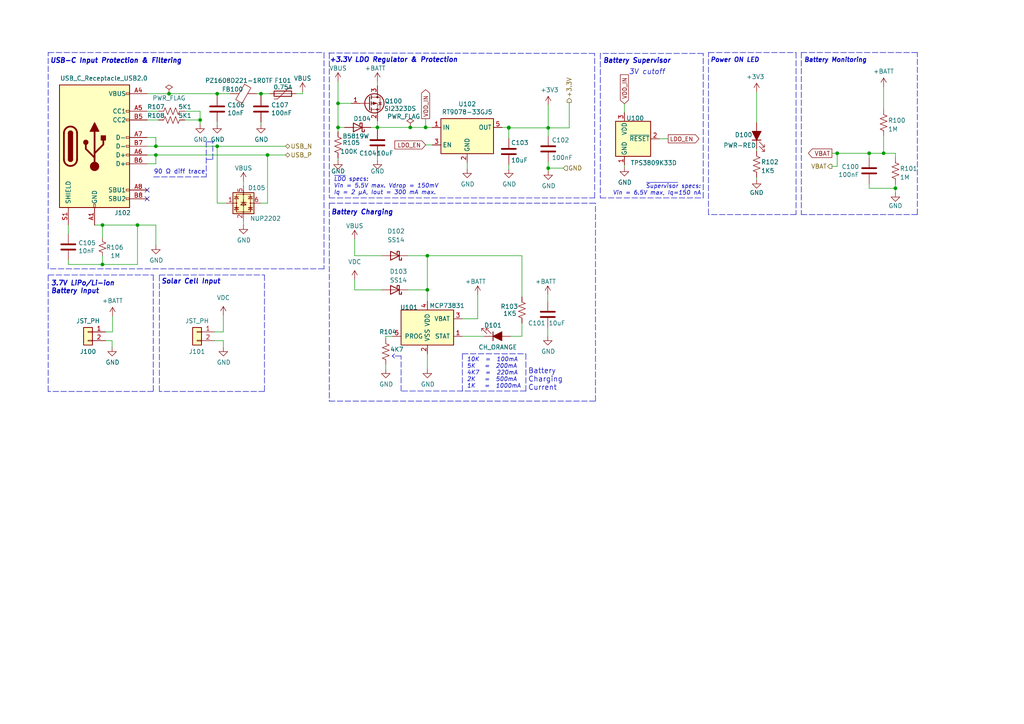
<source format=kicad_sch>
(kicad_sch (version 20211123) (generator eeschema)
  (paper "A4")
  (lib_symbols
    (symbol "Battery_Management:MCP73831-2-OT" (pin_names (offset 1.016))
      (property "Reference" "U" (at -7.62 6.35 0))
      (property "Value" "MCP73831-2-OT" (at 1.27 6.35 0))
      (symbol "MCP73831-2-OT_0_1"
        (rectangle (start -7.62 5.08) (end 7.62 -5.08) (stroke (width 0.254)) (fill (type background)))
      )
      (symbol "MCP73831-2-OT_1_1"
        (pin output line (at 10.16 -2.54 180) (length 2.54) (name "STAT") (number "1"))
        (pin power_in line (at 0 -7.62 90) (length 2.54) (name "VSS") (number "2"))
        (pin power_out line (at 10.16 2.54 180) (length 2.54) (name "VBAT") (number "3"))
        (pin power_in line (at 0 7.62 270) (length 2.54) (name "VDD") (number "4"))
        (pin input line (at -10.16 -2.54 0) (length 2.54) (name "PROG") (number "5"))
      )
    )
    (symbol "Connector_Generic:Conn_01x02" (pin_names (offset 1.016) hide)
      (property "Reference" "J" (at 0 2.54 0))
      (property "Value" "Conn_01x02" (at 0 -5.08 0))
      (symbol "Conn_01x02_1_1"
        (rectangle (start -1.27 -2.413) (end 0 -2.667) (stroke (width 0.1524)))
        (rectangle (start -1.27 0.127) (end 0 -0.127) (stroke (width 0.1524)))
        (rectangle (start -1.27 1.27) (end 1.27 -3.81) (stroke (width 0.254)) (fill (type background)))
        (pin passive line (at -5.08 0 0) (length 3.81) (name "Pin_1") (number "1"))
        (pin passive line (at -5.08 -2.54 0) (length 3.81) (name "Pin_2") (number "2"))
      )
    )
    (symbol "Device:C" (pin_numbers hide) (pin_names (offset 0.254))
      (property "Reference" "C" (at 0.635 2.54 0))
      (property "Value" "C" (at 0.635 -2.54 0))
      (symbol "C_0_1"
        (polyline (pts (xy -2.032 -0.762) (xy 2.032 -0.762)) (stroke (width 0.508)))
        (polyline (pts (xy -2.032 0.762) (xy 2.032 0.762)) (stroke (width 0.508)))
      )
      (symbol "C_1_1"
        (pin passive line (at 0 3.81 270) (length 2.794) (name "~") (number "1"))
        (pin passive line (at 0 -3.81 90) (length 2.794) (name "~") (number "2"))
      )
    )
    (symbol "Device:D_Schottky" (pin_numbers hide) (pin_names (offset 1.016) hide)
      (property "Reference" "D" (at 0 2.54 0))
      (property "Value" "D_Schottky" (at 0 -2.54 0))
      (symbol "D_Schottky_0_1"
        (polyline (pts (xy 1.27 0) (xy -1.27 0)))
        (polyline (pts (xy 1.27 1.27) (xy 1.27 -1.27) (xy -1.27 0) (xy 1.27 1.27)) (stroke (width 0.254)))
        (polyline (pts (xy -1.905 0.635) (xy -1.905 1.27) (xy -1.27 1.27) (xy -1.27 -1.27) (xy -0.635 -1.27) (xy -0.635 -0.635)) (stroke (width 0.254)))
      )
      (symbol "D_Schottky_1_1"
        (pin passive line (at -3.81 0 0) (length 2.54) (name "K") (number "1"))
        (pin passive line (at 3.81 0 180) (length 2.54) (name "A") (number "2"))
      )
    )
    (symbol "Device:Ferrite_Bead" (pin_numbers hide) (pin_names (offset 0))
      (property "Reference" "FB" (at -3.81 0.635 90))
      (property "Value" "Device_Ferrite_Bead" (at 3.81 0 90))
      (symbol "Ferrite_Bead_0_1"
        (polyline (pts (xy 0 -1.27) (xy 0 -1.2192)))
        (polyline (pts (xy 0 1.27) (xy 0 1.2954)))
        (polyline (pts (xy -2.7686 0.4064) (xy -1.7018 2.2606) (xy 2.7686 -0.3048) (xy 1.6764 -2.159) (xy -2.7686 0.4064)))
      )
      (symbol "Ferrite_Bead_1_1"
        (pin passive line (at 0 3.81 270) (length 2.54) (name "~") (number "1"))
        (pin passive line (at 0 -3.81 90) (length 2.54) (name "~") (number "2"))
      )
    )
    (symbol "Device:LED_ALT" (pin_numbers hide) (pin_names (offset 1.016) hide)
      (property "Reference" "D" (at 0 2.54 0))
      (property "Value" "Device_LED_ALT" (at 0 -2.54 0))
      (symbol "LED_ALT_0_1"
        (polyline (pts (xy -1.27 -1.27) (xy -1.27 1.27)) (stroke (width 0.254)))
        (polyline (pts (xy -1.27 0) (xy 1.27 0)))
        (polyline (pts (xy 1.27 -1.27) (xy 1.27 1.27) (xy -1.27 0) (xy 1.27 -1.27)) (stroke (width 0.254)) (fill (type outline)))
        (polyline (pts (xy -3.048 -0.762) (xy -4.572 -2.286) (xy -3.81 -2.286) (xy -4.572 -2.286) (xy -4.572 -1.524)))
        (polyline (pts (xy -1.778 -0.762) (xy -3.302 -2.286) (xy -2.54 -2.286) (xy -3.302 -2.286) (xy -3.302 -1.524)))
      )
      (symbol "LED_ALT_1_1"
        (pin passive line (at -3.81 0 0) (length 2.54) (name "K") (number "1"))
        (pin passive line (at 3.81 0 180) (length 2.54) (name "A") (number "2"))
      )
    )
    (symbol "Device:Polyfuse" (pin_numbers hide) (pin_names (offset 0))
      (property "Reference" "F" (at -2.54 0 90))
      (property "Value" "Polyfuse" (at 2.54 0 90))
      (symbol "Polyfuse_0_1"
        (rectangle (start -0.762 2.54) (end 0.762 -2.54) (stroke (width 0.254)))
        (polyline (pts (xy 0 2.54) (xy 0 -2.54)))
        (polyline (pts (xy -1.524 2.54) (xy -1.524 1.524) (xy 1.524 -1.524) (xy 1.524 -2.54)))
      )
      (symbol "Polyfuse_1_1"
        (pin passive line (at 0 3.81 270) (length 1.27) (name "~") (number "1"))
        (pin passive line (at 0 -3.81 90) (length 1.27) (name "~") (number "2"))
      )
    )
    (symbol "Device:Q_PMOS_GSD" (pin_names (offset 0) hide)
      (property "Reference" "Q" (at 5.08 1.27 0))
      (property "Value" "Q_PMOS_GSD" (at 5.08 -1.27 0))
      (symbol "Q_PMOS_GSD_0_1"
        (polyline (pts (xy 0.254 0) (xy -2.54 0)))
        (polyline (pts (xy 0.254 1.905) (xy 0.254 -1.905)) (stroke (width 0.254)))
        (polyline (pts (xy 0.762 -1.27) (xy 0.762 -2.286)) (stroke (width 0.254)))
        (polyline (pts (xy 0.762 0.508) (xy 0.762 -0.508)) (stroke (width 0.254)))
        (polyline (pts (xy 0.762 2.286) (xy 0.762 1.27)) (stroke (width 0.254)))
        (polyline (pts (xy 2.54 2.54) (xy 2.54 1.778)))
        (polyline (pts (xy 2.54 -2.54) (xy 2.54 0) (xy 0.762 0)))
        (polyline (pts (xy 0.762 1.778) (xy 3.302 1.778) (xy 3.302 -1.778) (xy 0.762 -1.778)))
        (polyline (pts (xy 2.286 0) (xy 1.27 0.381) (xy 1.27 -0.381) (xy 2.286 0)) (fill (type outline)))
        (polyline (pts (xy 2.794 -0.508) (xy 2.921 -0.381) (xy 3.683 -0.381) (xy 3.81 -0.254)))
        (polyline (pts (xy 3.302 -0.381) (xy 2.921 0.254) (xy 3.683 0.254) (xy 3.302 -0.381)))
        (circle (center 1.651 0) (radius 2.794) (stroke (width 0.254)))
        (circle (center 2.54 -1.778) (radius 0.254) (fill (type outline)))
        (circle (center 2.54 1.778) (radius 0.254) (fill (type outline)))
      )
      (symbol "Q_PMOS_GSD_1_1"
        (pin input line (at -5.08 0 0) (length 2.54) (name "G") (number "1"))
        (pin passive line (at 2.54 -5.08 90) (length 2.54) (name "S") (number "2"))
        (pin passive line (at 2.54 5.08 270) (length 2.54) (name "D") (number "3"))
      )
    )
    (symbol "Device:R_Small_US" (pin_numbers hide) (pin_names (offset 0.254) hide)
      (property "Reference" "R" (at 0.762 0.508 0))
      (property "Value" "R_Small_US" (at 0.762 -1.016 0))
      (symbol "R_Small_US_1_1"
        (polyline (pts (xy 0 0) (xy 1.016 -0.381) (xy 0 -0.762) (xy -1.016 -1.143) (xy 0 -1.524)))
        (polyline (pts (xy 0 1.524) (xy 1.016 1.143) (xy 0 0.762) (xy -1.016 0.381) (xy 0 0)))
        (pin passive line (at 0 2.54 270) (length 1.016) (name "~") (number "1"))
        (pin passive line (at 0 -2.54 90) (length 1.016) (name "~") (number "2"))
      )
    )
    (symbol "Device:R_US" (pin_numbers hide) (pin_names (offset 0))
      (property "Reference" "R" (at 2.54 0 90))
      (property "Value" "R_US" (at -2.54 0 90))
      (symbol "R_US_0_1"
        (polyline (pts (xy 0 -2.286) (xy 0 -2.54)))
        (polyline (pts (xy 0 2.286) (xy 0 2.54)))
        (polyline (pts (xy 0 -0.762) (xy 1.016 -1.143) (xy 0 -1.524) (xy -1.016 -1.905) (xy 0 -2.286)))
        (polyline (pts (xy 0 0.762) (xy 1.016 0.381) (xy 0 0) (xy -1.016 -0.381) (xy 0 -0.762)))
        (polyline (pts (xy 0 2.286) (xy 1.016 1.905) (xy 0 1.524) (xy -1.016 1.143) (xy 0 0.762)))
      )
      (symbol "R_US_1_1"
        (pin passive line (at 0 3.81 270) (length 1.27) (name "~") (number "1"))
        (pin passive line (at 0 -3.81 90) (length 1.27) (name "~") (number "2"))
      )
    )
    (symbol "Diode:MBR0520" (pin_numbers hide) (pin_names (offset 1.016) hide)
      (property "Reference" "D" (at 0 2.54 0))
      (property "Value" "MBR0520" (at 0 -2.54 0))
      (symbol "MBR0520_0_1"
        (polyline (pts (xy 1.27 0) (xy -1.27 0)))
        (polyline (pts (xy 1.27 1.27) (xy 1.27 -1.27) (xy -1.27 0) (xy 1.27 1.27)) (stroke (width 0.254)))
        (polyline (pts (xy -1.905 0.635) (xy -1.905 1.27) (xy -1.27 1.27) (xy -1.27 -1.27) (xy -0.635 -1.27) (xy -0.635 -0.635)) (stroke (width 0.254)))
      )
      (symbol "MBR0520_1_1"
        (pin passive line (at -3.81 0 0) (length 2.54) (name "K") (number "1"))
        (pin passive line (at 3.81 0 180) (length 2.54) (name "A") (number "2"))
      )
    )
    (symbol "Penguino-STM32WL-M-rescue:USB_C_Receptacle_USB2.0-Connector" (pin_names (offset 1.016))
      (property "Reference" "J" (at -10.16 19.05 0))
      (property "Value" "USB_C_Receptacle_USB2.0-Connector" (at 19.05 19.05 0))
      (symbol "USB_C_Receptacle_USB2.0-Connector_0_0"
        (rectangle (start -0.254 -17.78) (end 0.254 -16.764))
        (rectangle (start 10.16 -14.986) (end 9.144 -15.494))
        (rectangle (start 10.16 -12.446) (end 9.144 -12.954))
        (rectangle (start 10.16 -4.826) (end 9.144 -5.334))
        (rectangle (start 10.16 -2.286) (end 9.144 -2.794))
        (rectangle (start 10.16 0.254) (end 9.144 -0.254))
        (rectangle (start 10.16 2.794) (end 9.144 2.286))
        (rectangle (start 10.16 7.874) (end 9.144 7.366))
        (rectangle (start 10.16 10.414) (end 9.144 9.906))
        (rectangle (start 10.16 15.494) (end 9.144 14.986))
      )
      (symbol "USB_C_Receptacle_USB2.0-Connector_0_1"
        (rectangle (start -10.16 17.78) (end 10.16 -17.78) (stroke (width 0.254)) (fill (type background)))
        (arc (start -8.89 -3.81) (mid -6.985 -5.715) (end -5.08 -3.81) (stroke (width 0.508)))
        (arc (start -7.62 -3.81) (mid -6.985 -4.445) (end -6.35 -3.81) (stroke (width 0.254)))
        (arc (start -7.62 -3.81) (mid -6.985 -4.445) (end -6.35 -3.81) (stroke (width 0.254)) (fill (type outline)))
        (rectangle (start -7.62 -3.81) (end -6.35 3.81) (stroke (width 0.254)) (fill (type outline)))
        (arc (start -6.35 3.81) (mid -6.985 4.445) (end -7.62 3.81) (stroke (width 0.254)))
        (arc (start -6.35 3.81) (mid -6.985 4.445) (end -7.62 3.81) (stroke (width 0.254)) (fill (type outline)))
        (arc (start -5.08 3.81) (mid -6.985 5.715) (end -8.89 3.81) (stroke (width 0.508)))
        (circle (center -2.54 1.143) (radius 0.635) (stroke (width 0.254)) (fill (type outline)))
        (circle (center 0 -5.842) (radius 1.27) (fill (type outline)))
        (polyline (pts (xy -8.89 -3.81) (xy -8.89 3.81)) (stroke (width 0.508)))
        (polyline (pts (xy -5.08 3.81) (xy -5.08 -3.81)) (stroke (width 0.508)))
        (polyline (pts (xy 0 -5.842) (xy 0 4.318)) (stroke (width 0.508)))
        (polyline (pts (xy 0 -3.302) (xy -2.54 -0.762) (xy -2.54 0.508)) (stroke (width 0.508)))
        (polyline (pts (xy 0 -2.032) (xy 2.54 0.508) (xy 2.54 1.778)) (stroke (width 0.508)))
        (polyline (pts (xy -1.27 4.318) (xy 0 6.858) (xy 1.27 4.318) (xy -1.27 4.318)) (stroke (width 0.254)) (fill (type outline)))
        (rectangle (start 1.905 1.778) (end 3.175 3.048) (stroke (width 0.254)) (fill (type outline)))
      )
      (symbol "USB_C_Receptacle_USB2.0-Connector_1_1"
        (pin power_in line (at 0 -22.86 90) (length 5.08) (name "GND") (number "A1"))
        (pin passive line (at 0 -22.86 90) (length 5.08) hide (name "GND") (number "A12"))
        (pin power_in line (at 15.24 15.24 180) (length 5.08) (name "VBUS") (number "A4"))
        (pin bidirectional line (at 15.24 10.16 180) (length 5.08) (name "CC1") (number "A5"))
        (pin bidirectional line (at 15.24 -2.54 180) (length 5.08) (name "D+") (number "A6"))
        (pin bidirectional line (at 15.24 2.54 180) (length 5.08) (name "D-") (number "A7"))
        (pin bidirectional line (at 15.24 -12.7 180) (length 5.08) (name "SBU1") (number "A8"))
        (pin passive line (at 15.24 15.24 180) (length 5.08) hide (name "VBUS") (number "A9"))
        (pin passive line (at 0 -22.86 90) (length 5.08) hide (name "GND") (number "B1"))
        (pin passive line (at 0 -22.86 90) (length 5.08) hide (name "GND") (number "B12"))
        (pin passive line (at 15.24 15.24 180) (length 5.08) hide (name "VBUS") (number "B4"))
        (pin bidirectional line (at 15.24 7.62 180) (length 5.08) (name "CC2") (number "B5"))
        (pin bidirectional line (at 15.24 -5.08 180) (length 5.08) (name "D+") (number "B6"))
        (pin bidirectional line (at 15.24 0 180) (length 5.08) (name "D-") (number "B7"))
        (pin bidirectional line (at 15.24 -15.24 180) (length 5.08) (name "SBU2") (number "B8"))
        (pin passive line (at 15.24 15.24 180) (length 5.08) hide (name "VBUS") (number "B9"))
        (pin passive line (at -7.62 -22.86 90) (length 5.08) (name "SHIELD") (number "S1"))
      )
    )
    (symbol "Power_Protection:NUP2202"
      (property "Reference" "U" (at -5.334 -2.54 0))
      (property "Value" "NUP2202" (at 6.35 1.27 90))
      (symbol "NUP2202_0_1"
        (rectangle (start -3.048 3.048) (end 3.048 -3.048) (stroke (width 0.254)) (fill (type background)))
        (circle (center -2.032 0) (radius 0.127))
        (circle (center -2.032 0) (radius 0.127))
        (circle (center 0 -2.54) (radius 0.127))
        (polyline (pts (xy -2.667 -1.27) (xy -1.397 -1.27)))
        (polyline (pts (xy -2.667 -1.27) (xy -1.397 -1.27)))
        (polyline (pts (xy -2.667 1.905) (xy -1.397 1.905)))
        (polyline (pts (xy -2.54 0) (xy -2.032 0)))
        (polyline (pts (xy -2.032 -2.54) (xy -2.032 -0.635)))
        (polyline (pts (xy -2.032 -2.54) (xy -2.032 -0.635)))
        (polyline (pts (xy -2.032 0.635) (xy -2.032 -0.635)))
        (polyline (pts (xy -2.032 0.635) (xy -2.032 2.54)))
        (polyline (pts (xy -2.032 2.54) (xy 2.032 2.54)))
        (polyline (pts (xy -0.762 0.254) (xy 0.762 0.254)))
        (polyline (pts (xy 0 -0.889) (xy 0 -2.54)))
        (polyline (pts (xy 0 -0.889) (xy 0 1.016)))
        (polyline (pts (xy 0 -0.889) (xy 0 1.016)))
        (polyline (pts (xy 0 1.016) (xy 0 3.81)))
        (polyline (pts (xy 0.762 0) (xy 0.762 0.254)))
        (polyline (pts (xy 1.397 -1.27) (xy 2.667 -1.27)))
        (polyline (pts (xy 1.397 -1.27) (xy 2.667 -1.27)))
        (polyline (pts (xy 1.397 1.905) (xy 2.667 1.905)))
        (polyline (pts (xy 2.032 -2.54) (xy -2.032 -2.54)))
        (polyline (pts (xy 2.032 -2.54) (xy 2.032 -0.635)))
        (polyline (pts (xy 2.032 -2.54) (xy 2.032 -0.635)))
        (polyline (pts (xy 2.032 0) (xy 2.54 0)))
        (polyline (pts (xy 2.032 0.635) (xy 2.032 -0.635)))
        (polyline (pts (xy 2.032 0.635) (xy 2.032 2.54)))
        (polyline (pts (xy -2.667 -1.905) (xy -1.397 -1.905) (xy -2.032 -1.27) (xy -2.667 -1.905)))
        (polyline (pts (xy -2.667 1.27) (xy -1.397 1.27) (xy -2.032 1.905) (xy -2.667 1.27)))
        (polyline (pts (xy -0.762 -0.508) (xy 0.762 -0.508) (xy 0 0.254) (xy -0.762 -0.508)))
        (polyline (pts (xy -0.762 -0.508) (xy 0.762 -0.508) (xy 0 0.254) (xy -0.762 -0.508)))
        (polyline (pts (xy 1.397 -1.905) (xy 2.667 -1.905) (xy 2.032 -1.27) (xy 1.397 -1.905)))
        (polyline (pts (xy 1.397 1.27) (xy 2.667 1.27) (xy 2.032 1.905) (xy 1.397 1.27)))
        (circle (center 0 2.54) (radius 0.127))
        (circle (center 2.032 0) (radius 0.127))
        (circle (center 2.032 0) (radius 0.127))
      )
      (symbol "NUP2202_1_1"
        (pin passive line (at -5.08 0 0) (length 2.54) (name "~") (number "1"))
        (pin passive line (at 0 -5.08 90) (length 2.54) (name "~") (number "2"))
        (pin no_connect line (at 0 -2.54 90) (length 2.54) hide (name "~") (number "3"))
        (pin no_connect line (at 0 2.54 270) (length 2.54) hide (name "~") (number "4"))
        (pin passive line (at 0 5.08 270) (length 2.54) (name "~") (number "5"))
        (pin passive line (at 5.08 0 180) (length 2.54) (name "~") (number "6"))
      )
    )
    (symbol "Power_Supervisor:TPS3839DBZ" (pin_names (offset 0.254))
      (property "Reference" "U" (at 2.54 8.89 0))
      (property "Value" "TPS3839DBZ" (at 2.54 6.35 0))
      (symbol "TPS3839DBZ_0_1"
        (rectangle (start -2.54 5.08) (end 7.62 -5.08) (stroke (width 0.254)) (fill (type background)))
      )
      (symbol "TPS3839DBZ_1_1"
        (pin power_in line (at 0 -7.62 90) (length 2.54) (name "GND") (number "1"))
        (pin output line (at 10.16 0 180) (length 2.54) (name "~{RESET}") (number "2"))
        (pin power_in line (at 0 7.62 270) (length 2.54) (name "VDD") (number "3"))
      )
    )
    (symbol "Regulator_Linear:NCV8114ASN120T1G"
      (property "Reference" "U" (at 0 8.89 0))
      (property "Value" "NCV8114ASN120T1G" (at 0 6.35 0))
      (symbol "NCV8114ASN120T1G_0_1"
        (rectangle (start -7.62 5.08) (end 7.62 -5.08) (stroke (width 0.254)) (fill (type background)))
      )
      (symbol "NCV8114ASN120T1G_1_1"
        (pin power_in line (at -10.16 2.54 0) (length 2.54) (name "IN") (number "1"))
        (pin power_in line (at 0 -7.62 90) (length 2.54) (name "GND") (number "2"))
        (pin input line (at -10.16 -2.54 0) (length 2.54) (name "EN") (number "3"))
        (pin no_connect line (at 7.62 -2.54 180) (length 2.54) hide (name "NC") (number "4"))
        (pin power_out line (at 10.16 2.54 180) (length 2.54) (name "OUT") (number "5"))
      )
    )
    (symbol "power:+3.3V" (power) (pin_names (offset 0))
      (property "Value" "+3.3V" (at 0 3.556 0))
      (symbol "+3.3V_0_1"
        (polyline (pts (xy -0.762 1.27) (xy 0 2.54)))
        (polyline (pts (xy 0 0) (xy 0 2.54)))
        (polyline (pts (xy 0 2.54) (xy 0.762 1.27)))
      )
      (symbol "+3.3V_1_1"
        (pin power_in line (at 0 0 90) (length 0) hide (name "+3V3") (number "1"))
      )
    )
    (symbol "power:+BATT" (power) (pin_names (offset 0))
      (property "Value" "+BATT" (at 0 3.556 0))
      (symbol "+BATT_0_1"
        (polyline (pts (xy -0.762 1.27) (xy 0 2.54)))
        (polyline (pts (xy 0 0) (xy 0 2.54)))
        (polyline (pts (xy 0 2.54) (xy 0.762 1.27)))
      )
      (symbol "+BATT_1_1"
        (pin power_in line (at 0 0 90) (length 0) hide (name "+BATT") (number "1"))
      )
    )
    (symbol "power:GND" (power) (pin_names (offset 0))
      (property "Value" "GND" (at 0 -3.81 0))
      (symbol "GND_0_1"
        (polyline (pts (xy 0 0) (xy 0 -1.27) (xy 1.27 -1.27) (xy 0 -2.54) (xy -1.27 -1.27) (xy 0 -1.27)))
      )
      (symbol "GND_1_1"
        (pin power_in line (at 0 0 270) (length 0) hide (name "GND") (number "1"))
      )
    )
    (symbol "power:PWR_FLAG" (power) (pin_numbers hide) (pin_names (offset 0) hide)
      (property "Value" "PWR_FLAG" (at 0 3.81 0))
      (symbol "PWR_FLAG_0_0"
        (pin power_out line (at 0 0 90) (length 0) (name "pwr") (number "1"))
      )
      (symbol "PWR_FLAG_0_1"
        (polyline (pts (xy 0 0) (xy 0 1.27) (xy -1.016 1.905) (xy 0 2.54) (xy 1.016 1.905) (xy 0 1.27)))
      )
    )
    (symbol "power:VBUS" (power) (pin_names (offset 0))
      (property "Value" "VBUS" (at 0 3.81 0))
      (symbol "VBUS_0_1"
        (polyline (pts (xy -0.762 1.27) (xy 0 2.54)))
        (polyline (pts (xy 0 0) (xy 0 2.54)))
        (polyline (pts (xy 0 2.54) (xy 0.762 1.27)))
      )
      (symbol "VBUS_1_1"
        (pin power_in line (at 0 0 90) (length 0) hide (name "VBUS") (number "1"))
      )
    )
    (symbol "power:VDC" (power) (pin_names (offset 0))
      (property "Value" "VDC" (at 0 6.35 0))
      (symbol "VDC_0_1"
        (polyline (pts (xy -0.762 1.27) (xy 0 2.54)))
        (polyline (pts (xy 0 0) (xy 0 2.54)))
        (polyline (pts (xy 0 2.54) (xy 0.762 1.27)))
      )
      (symbol "VDC_1_1"
        (pin power_in line (at 0 0 90) (length 0) hide (name "VDC") (number "1"))
      )
    )
  )
  (junction (at 147.574 36.957))
  (junction (at 98.044 36.957))
  (junction (at 77.597 44.958))
  (junction (at 123.952 84.074))
  (junction (at 252.095 44.45))
  (junction (at 39.878 65.278))
  (junction (at 259.715 54.61))
  (junction (at 49.022 27.178))
  (junction (at 29.718 76.708))
  (junction (at 62.992 27.178))
  (junction (at 147.574 37.084))
  (junction (at 242.824 44.45))
  (junction (at 45.212 42.418))
  (junction (at 45.212 44.958))
  (junction (at 118.999 36.957))
  (junction (at 123.444 36.957))
  (junction (at 159.004 48.768))
  (junction (at 159.004 37.084))
  (junction (at 109.474 36.957))
  (junction (at 98.044 29.972))
  (junction (at 62.992 42.418))
  (junction (at 123.952 74.168))
  (junction (at 58.039 34.798))
  (junction (at 256.286 44.45))
  (junction (at 29.718 65.278))
  (junction (at 75.692 27.178))
  (no_connect (at 42.672 55.118))
  (no_connect (at 42.672 57.658))
  (wire (pts (xy 102.87 84.074) (xy 110.744 84.074)))
  (polyline (pts (xy 266.065 62.23) (xy 266.065 15.24)))
  (wire (pts (xy 191.262 40.259) (xy 193.802 40.259)))
  (wire (pts (xy 109.474 45.212) (xy 109.474 46.482)))
  (wire (pts (xy 110.744 74.168) (xy 102.87 74.168)))
  (polyline (pts (xy 152.527 102.616) (xy 152.527 113.411)))
  (polyline (pts (xy 113.792 103.251) (xy 114.427 102.616)) (stroke (width 0) (type solid)))
  (wire (pts (xy 151.384 86.106) (xy 151.384 74.168)))
  (wire (pts (xy 58.039 32.258) (xy 58.039 34.798)))
  (wire (pts (xy 64.77 96.266) (xy 64.77 91.44)))
  (wire (pts (xy 58.039 34.798) (xy 58.039 36.068)))
  (wire (pts (xy 134.112 92.456) (xy 138.557 92.456)))
  (wire (pts (xy 62.992 27.813) (xy 62.992 27.178)))
  (wire (pts (xy 19.812 76.708) (xy 29.718 76.708)))
  (polyline (pts (xy 44.45 113.538) (xy 13.97 113.538)))
  (wire (pts (xy 118.364 84.074) (xy 123.952 84.074)))
  (wire (pts (xy 45.974 34.798) (xy 42.672 34.798)))
  (wire (pts (xy 109.474 23.622) (xy 109.474 24.892)))
  (wire (pts (xy 147.574 37.084) (xy 159.004 37.084)))
  (polyline (pts (xy 13.97 79.756) (xy 44.45 79.756)))
  (wire (pts (xy 19.812 65.278) (xy 19.812 67.818)))
  (wire (pts (xy 98.044 45.847) (xy 98.044 46.482)))
  (polyline (pts (xy 61.722 41.148) (xy 59.817 41.148)))
  (wire (pts (xy 42.672 44.958) (xy 45.212 44.958)))
  (wire (pts (xy 75.692 35.433) (xy 75.692 36.068)))
  (wire (pts (xy 135.509 47.117) (xy 135.509 49.022)))
  (wire (pts (xy 77.597 58.928) (xy 77.597 44.958)))
  (wire (pts (xy 39.878 65.278) (xy 39.878 76.708)))
  (wire (pts (xy 219.456 43.18) (xy 219.456 43.815)))
  (wire (pts (xy 45.212 47.498) (xy 45.212 44.958)))
  (polyline (pts (xy 44.577 51.308) (xy 59.817 51.308)))
  (wire (pts (xy 99.949 36.957) (xy 98.044 36.957)))
  (polyline (pts (xy 95.504 58.928) (xy 95.504 116.332)))
  (wire (pts (xy 138.557 92.456) (xy 138.557 85.471)))
  (wire (pts (xy 158.877 94.996) (xy 158.877 97.536)))
  (wire (pts (xy 85.852 27.178) (xy 87.757 27.178)))
  (polyline (pts (xy 76.708 113.538) (xy 46.228 113.538)))
  (wire (pts (xy 77.597 44.958) (xy 82.804 44.958)))
  (wire (pts (xy 62.23 96.266) (xy 64.77 96.266)))
  (wire (pts (xy 64.77 98.806) (xy 64.77 100.711)))
  (wire (pts (xy 98.044 23.622) (xy 98.044 29.972)))
  (wire (pts (xy 62.992 42.418) (xy 82.804 42.418)))
  (wire (pts (xy 181.102 47.879) (xy 181.102 48.514)))
  (wire (pts (xy 42.672 32.258) (xy 45.974 32.258)))
  (polyline (pts (xy 59.817 41.148) (xy 59.817 51.308)))
  (polyline (pts (xy 172.466 15.494) (xy 94.869 15.367)))
  (wire (pts (xy 42.672 42.418) (xy 45.212 42.418)))
  (wire (pts (xy 242.824 44.45) (xy 252.095 44.45)))
  (polyline (pts (xy 93.98 15.24) (xy 93.98 77.978)))
  (polyline (pts (xy 13.97 113.538) (xy 13.97 79.756)))
  (wire (pts (xy 30.607 98.806) (xy 32.512 98.806)))
  (wire (pts (xy 181.102 30.099) (xy 181.102 32.639)))
  (wire (pts (xy 123.444 34.417) (xy 123.444 36.957)))
  (wire (pts (xy 252.095 54.61) (xy 259.715 54.61)))
  (polyline (pts (xy 95.504 58.928) (xy 172.72 58.928)))
  (wire (pts (xy 252.095 45.72) (xy 252.095 44.45)))
  (wire (pts (xy 102.87 81.026) (xy 102.87 84.074)))
  (wire (pts (xy 256.286 39.37) (xy 256.286 44.45)))
  (wire (pts (xy 109.474 36.957) (xy 109.474 35.052)))
  (wire (pts (xy 259.715 53.34) (xy 259.715 54.61)))
  (wire (pts (xy 29.718 74.168) (xy 29.718 76.708)))
  (wire (pts (xy 256.286 25.146) (xy 256.286 31.75)))
  (wire (pts (xy 53.594 34.798) (xy 58.039 34.798)))
  (polyline (pts (xy 172.72 116.332) (xy 172.72 58.928)))
  (polyline (pts (xy 46.228 113.538) (xy 46.228 79.756)))
  (polyline (pts (xy 232.41 15.24) (xy 232.41 62.23)))
  (wire (pts (xy 75.692 58.928) (xy 77.597 58.928)))
  (polyline (pts (xy 116.332 113.411) (xy 116.332 103.251)))
  (wire (pts (xy 30.607 96.266) (xy 32.639 96.266)))
  (wire (pts (xy 29.718 76.708) (xy 39.878 76.708)))
  (wire (pts (xy 159.004 46.99) (xy 159.004 48.768)))
  (wire (pts (xy 159.004 48.768) (xy 159.004 49.53)))
  (wire (pts (xy 109.474 36.957) (xy 118.999 36.957)))
  (polyline (pts (xy 152.527 113.411) (xy 116.332 113.411)))
  (polyline (pts (xy 59.817 46.228) (xy 61.722 46.228)))
  (wire (pts (xy 70.612 64.008) (xy 70.612 65.278)))
  (wire (pts (xy 165.1 37.084) (xy 159.004 37.084)))
  (wire (pts (xy 111.887 97.536) (xy 113.792 97.536)))
  (polyline (pts (xy 174.117 15.494) (xy 174.117 57.404)))
  (wire (pts (xy 19.812 75.438) (xy 19.812 76.708)))
  (wire (pts (xy 42.672 39.878) (xy 45.212 39.878)))
  (polyline (pts (xy 134.112 102.616) (xy 134.112 113.411)))
  (wire (pts (xy 109.474 37.592) (xy 109.474 36.957)))
  (wire (pts (xy 259.715 45.72) (xy 259.715 44.45)))
  (wire (pts (xy 45.212 65.278) (xy 39.878 65.278)))
  (wire (pts (xy 107.569 36.957) (xy 109.474 36.957)))
  (wire (pts (xy 242.824 48.26) (xy 242.824 44.45)))
  (wire (pts (xy 158.877 85.471) (xy 158.877 87.376)))
  (wire (pts (xy 151.384 74.168) (xy 123.952 74.168)))
  (polyline (pts (xy 134.112 102.616) (xy 152.527 102.616)))
  (polyline (pts (xy 205.486 62.23) (xy 205.486 15.24)))
  (wire (pts (xy 102.87 74.168) (xy 102.87 69.342)))
  (wire (pts (xy 42.672 27.178) (xy 49.022 27.178)))
  (wire (pts (xy 252.095 44.45) (xy 256.286 44.45)))
  (polyline (pts (xy 230.886 15.24) (xy 230.886 62.23)))
  (wire (pts (xy 53.594 32.258) (xy 58.039 32.258)))
  (polyline (pts (xy 203.962 15.494) (xy 174.117 15.494)))
  (wire (pts (xy 256.286 44.45) (xy 259.715 44.45)))
  (wire (pts (xy 62.992 35.433) (xy 62.992 36.068)))
  (wire (pts (xy 123.952 84.074) (xy 123.952 87.376)))
  (wire (pts (xy 159.004 37.084) (xy 159.004 39.37)))
  (polyline (pts (xy 203.962 57.404) (xy 203.962 15.494)))
  (wire (pts (xy 101.854 29.972) (xy 98.044 29.972)))
  (wire (pts (xy 45.212 71.12) (xy 45.212 65.278)))
  (wire (pts (xy 75.692 27.813) (xy 75.692 27.178)))
  (wire (pts (xy 111.887 98.171) (xy 111.887 97.536)))
  (wire (pts (xy 65.532 58.928) (xy 62.992 58.928)))
  (wire (pts (xy 62.23 98.806) (xy 64.77 98.806)))
  (wire (pts (xy 241.3 48.26) (xy 242.824 48.26)))
  (wire (pts (xy 75.692 27.178) (xy 78.232 27.178)))
  (wire (pts (xy 111.887 105.791) (xy 111.887 107.061)))
  (wire (pts (xy 165.1 29.718) (xy 165.1 37.084)))
  (wire (pts (xy 32.639 96.266) (xy 32.639 91.694)))
  (wire (pts (xy 62.992 58.928) (xy 62.992 42.418)))
  (wire (pts (xy 151.384 97.536) (xy 151.384 93.726)))
  (polyline (pts (xy 95.504 57.404) (xy 172.466 57.404)))
  (polyline (pts (xy 116.332 103.251) (xy 113.792 103.251)))
  (wire (pts (xy 241.3 44.45) (xy 242.824 44.45)))
  (wire (pts (xy 32.512 98.806) (xy 32.512 100.711)))
  (wire (pts (xy 259.715 54.61) (xy 259.715 55.88)))
  (wire (pts (xy 45.212 39.878) (xy 45.212 42.418)))
  (polyline (pts (xy 230.886 62.23) (xy 205.486 62.23)))
  (wire (pts (xy 148.082 97.536) (xy 151.384 97.536)))
  (wire (pts (xy 123.952 74.168) (xy 123.952 84.074)))
  (polyline (pts (xy 46.228 79.756) (xy 76.708 79.756)))
  (polyline (pts (xy 95.504 116.332) (xy 172.72 116.332)))
  (wire (pts (xy 118.999 36.957) (xy 123.444 36.957)))
  (polyline (pts (xy 61.722 46.228) (xy 61.722 41.148)))
  (wire (pts (xy 159.004 30.48) (xy 159.004 37.084)))
  (wire (pts (xy 45.212 42.418) (xy 62.992 42.418)))
  (polyline (pts (xy 93.98 77.978) (xy 13.97 77.978)))
  (wire (pts (xy 98.044 38.227) (xy 98.044 36.957)))
  (wire (pts (xy 49.022 27.178) (xy 62.992 27.178)))
  (polyline (pts (xy 174.117 57.404) (xy 203.962 57.404)))
  (wire (pts (xy 159.004 48.768) (xy 163.322 48.768)))
  (wire (pts (xy 29.718 65.278) (xy 29.718 69.088)))
  (polyline (pts (xy 44.45 79.756) (xy 44.45 113.538)))
  (polyline (pts (xy 172.466 57.404) (xy 172.466 15.494)))
  (wire (pts (xy 74.422 27.178) (xy 75.692 27.178)))
  (wire (pts (xy 70.612 52.578) (xy 70.612 53.848)))
  (wire (pts (xy 87.757 27.178) (xy 87.757 26.543)))
  (wire (pts (xy 219.456 51.435) (xy 219.456 52.07)))
  (polyline (pts (xy 205.486 15.24) (xy 230.886 15.24)))
  (wire (pts (xy 42.672 47.498) (xy 45.212 47.498)))
  (wire (pts (xy 29.718 65.278) (xy 27.432 65.278)))
  (wire (pts (xy 252.095 53.34) (xy 252.095 54.61)))
  (wire (pts (xy 118.364 74.168) (xy 123.952 74.168)))
  (polyline (pts (xy 113.792 103.251) (xy 114.427 103.886)) (stroke (width 0) (type solid)))
  (wire (pts (xy 98.044 29.972) (xy 98.044 36.957)))
  (polyline (pts (xy 266.065 15.24) (xy 232.41 15.24)))
  (wire (pts (xy 147.574 40.132) (xy 147.574 37.084)))
  (polyline (pts (xy 232.41 62.23) (xy 266.065 62.23)))
  (wire (pts (xy 62.992 27.178) (xy 66.802 27.178)))
  (wire (pts (xy 123.952 102.616) (xy 123.952 107.061)))
  (wire (pts (xy 134.112 97.536) (xy 140.462 97.536)))
  (wire (pts (xy 145.669 36.957) (xy 147.574 36.957)))
  (wire (pts (xy 147.574 47.752) (xy 147.574 49.022)))
  (wire (pts (xy 123.444 36.957) (xy 125.349 36.957)))
  (polyline (pts (xy 13.97 77.978) (xy 13.97 15.24)))
  (wire (pts (xy 219.456 26.67) (xy 219.456 35.56)))
  (polyline (pts (xy 13.97 15.24) (xy 93.98 15.24)))
  (polyline (pts (xy 76.708 79.756) (xy 76.708 113.538)))
  (wire (pts (xy 147.574 37.084) (xy 147.574 36.957)))
  (wire (pts (xy 123.444 42.037) (xy 125.349 42.037)))
  (polyline (pts (xy 95.504 15.367) (xy 95.504 57.277)))
  (wire (pts (xy 45.212 44.958) (xy 77.597 44.958)))
  (wire (pts (xy 39.878 65.278) (xy 29.718 65.278)))
  (text "3V cutoff" (at 182.372 21.844 0) (effects (font (size 1.4986 1.4986) italic) (justify left bottom)))
  (text "Solar Cell Input" (at 46.736 82.55 0) (effects (font (size 1.397 1.397) (thickness 0.2794) bold italic) (justify left bottom)))
  (text "90 Ω diff trace" (at 44.577 50.673 0) (effects (font (size 1.27 1.27)) (justify left bottom)))
  (text "+3.3V LDO Regulator & Protection" (at 95.504 18.288 0) (effects (font (size 1.397 1.397) (thickness 0.2794) bold italic) (justify left bottom)))
  (text "Battery \nCharging\nCurrent " (at 153.162 113.411 0) (effects (font (size 1.4986 1.4986)) (justify left bottom)))
  (text "10K  =  100mA\n5K   =  200mA\n4K7  =  220mA\n2K   =  500mA\n1K   =  1000mA" (at 135.382 112.776 0) (effects (font (size 1.1938 1.1938) italic) (justify left bottom)))
  (text "3.7V LiPo/Li-ion \nBattery Input" (at 14.732 85.344 0) (effects (font (size 1.397 1.397) (thickness 0.2794) bold italic) (justify left bottom)))
  (text "Battery Supervisor\n" (at 174.879 18.542 0) (effects (font (size 1.397 1.397) (thickness 0.2794) bold italic) (justify left bottom)))
  (text "Power ON LED" (at 205.994 18.288 0) (effects (font (size 1.2954 1.2954) (thickness 0.2591) bold italic) (justify left bottom)))
  (text "Battery Monitoring" (at 233.172 18.288 0) (effects (font (size 1.2954 1.2954) (thickness 0.2591) bold italic) (justify left bottom)))
  (text "~{Supervisor} specs:\nVin = 6.5V max, Iq=150 nA" (at 203.327 56.769 180) (effects (font (size 1.1938 1.1938) italic) (justify right bottom)))
  (text "USB-C Input Protection & Filtering" (at 14.478 18.542 0) (effects (font (size 1.397 1.397) (thickness 0.2997) bold italic) (justify left bottom)))
  (text "~{LDO} specs:\nVin = 5.5V max. Vdrop = 150mV\nIq = 2 μA, Iout = 300 mA max. " (at 96.774 56.642 0) (effects (font (size 1.1938 1.1938) italic) (justify left bottom)))
  (text "Battery Charging" (at 96.012 62.484 0) (effects (font (size 1.397 1.397) (thickness 0.2794) bold italic) (justify left bottom)))
  (global_label "LDO_EN" (shape output) (at 193.802 40.259 0) (effects (font (size 1.1938 1.1938))) (property "Intersheet References" "${INTERSHEET_REFS}" (effects hide)))
  (global_label "LDO_EN" (shape input) (at 123.444 42.037 180) (effects (font (size 1.1938 1.1938))) (property "Intersheet References" "${INTERSHEET_REFS}" (effects hide)))
  (global_label "VBAT" (shape output) (at 241.3 44.45 180) (property "Intersheet References" "${INTERSHEET_REFS}" (effects hide)))
  (global_label "VDD_IN" (shape input) (at 181.102 30.099 90) (effects (font (size 1.1938 1.1938))) (property "Intersheet References" "${INTERSHEET_REFS}" (effects hide)))
  (global_label "VDD_IN" (shape output) (at 123.444 34.417 90) (effects (font (size 1.1938 1.1938))) (property "Intersheet References" "${INTERSHEET_REFS}" (effects hide)))
  (hierarchical_label "USB_N" (shape bidirectional) (at 82.804 42.418 0))
  (hierarchical_label "USB_P" (shape bidirectional) (at 82.804 44.958 0))
  (hierarchical_label "GND" (shape input) (at 163.322 48.768 0))
  (hierarchical_label "+3.3V" (shape output) (at 165.1 29.718 90))
  (hierarchical_label "VBAT" (shape output) (at 241.3 48.26 180))
  (symbol (lib_id "Device:R_US") (at 259.715 49.53 0) (unit 1)
    (property "Reference" "R101" (at 260.985 48.895 0) (effects (justify left)))
    (property "Value" "1M" (at 260.985 51.435 0) (effects (justify left)))
    (property "Footprint" "Resistor_SMD:R_0402_1005Metric" (effects hide))
    (property "MPN" "RC0402JR-071ML" (effects hide))
    (property "Manufacturer" "Yageo" (effects hide))
  )
  (symbol (lib_id "power:GND") (at 135.509 49.022 0) (unit 1)
    (property "Reference" "#PWR0160" (effects hide))
    (property "Value" "GND" (at 135.636 53.4162 0))
  )
  (symbol (lib_id "Device:C") (at 147.574 43.942 0) (unit 1)
    (property "Reference" "C103" (at 148.209 41.402 0) (effects (justify left)))
    (property "Value" "10uF" (at 148.209 46.482 0) (effects (justify left)))
    (property "Footprint" "Capacitor_SMD:C_0603_1608Metric" (effects hide))
    (property "Mfg" "-" (effects hide))
    (property "MPN" "GRT188C81A106ME13J" (effects hide))
    (property "Manufacturer" "Murata Electronics" (effects hide))
  )
  (symbol (lib_id "Device:C") (at 109.474 41.402 0) (unit 1)
    (property "Reference" "C104" (at 104.14 44.45 0) (effects (justify left)))
    (property "Value" "10uF" (at 109.22 44.45 0) (effects (justify left)))
    (property "Footprint" "Capacitor_SMD:C_0603_1608Metric" (effects hide))
    (property "Mfg" "-" (effects hide))
    (property "MPN" "GRT188C81A106ME13J" (effects hide))
    (property "Manufacturer" "Murata Electronics" (effects hide))
  )
  (symbol (lib_id "power:+3.3V") (at 159.004 30.48 0) (unit 1)
    (property "Reference" "#PWR0159" (effects hide))
    (property "Value" "+3.3V" (at 159.385 26.0858 0))
  )
  (symbol (lib_id "Device:C") (at 159.004 43.18 0) (unit 1)
    (property "Reference" "C102" (at 160.02 40.64 0) (effects (justify left)))
    (property "Value" "100nF" (at 160.02 45.72 0) (effects (justify left)))
    (property "Footprint" "Capacitor_SMD:C_0402_1005Metric" (effects hide))
    (property "MPN" "GRM155R61A104KA01D" (effects hide))
    (property "Manufacturer" "Murata Electronics" (effects hide))
  )
  (symbol (lib_id "power:VBUS") (at 98.044 23.622 0) (unit 1)
    (property "Reference" "#PWR0146" (effects hide))
    (property "Value" "VBUS" (at 98.044 19.812 0))
  )
  (symbol (lib_id "Device:D_Schottky") (at 114.554 84.074 180) (unit 1)
    (property "Reference" "D103" (at 115.57 78.74 0))
    (property "Value" "SS14" (at 115.57 81.28 0))
    (property "Footprint" "Diode_SMD:D_SMA" (effects hide))
    (property "MPN" "SS14" (effects hide))
    (property "Manufacturer" "Onsemi" (effects hide))
  )
  (symbol (lib_id "Device:C") (at 19.812 71.628 180) (unit 1)
    (property "Reference" "C105" (at 22.7076 70.4596 0) (effects (justify right)))
    (property "Value" "10nF" (at 22.7076 72.771 0) (effects (justify right)))
    (property "Footprint" "Capacitor_SMD:C_0402_1005Metric" (effects hide))
    (property "MPN" "GRM155R61A103KA01D" (effects hide))
    (property "Manufacturer" "Murata Electronics" (effects hide))
  )
  (symbol (lib_id "power:GND") (at 123.952 107.061 0) (unit 1)
    (property "Reference" "#PWR0149" (effects hide))
    (property "Value" "GND" (at 124.079 111.4552 0))
  )
  (symbol (lib_id "power:GND") (at 62.992 36.068 0) (unit 1)
    (property "Reference" "#PWR0133" (effects hide))
    (property "Value" "GND" (at 63.119 40.4622 0))
  )
  (symbol (lib_id "power:VBUS") (at 102.87 69.342 0) (unit 1)
    (property "Reference" "#PWR0147" (effects hide))
    (property "Value" "VBUS" (at 102.87 65.532 0))
  )
  (symbol (lib_id "power:+BATT") (at 109.474 23.622 0) (unit 1)
    (property "Reference" "#PWR0143" (effects hide))
    (property "Value" "+BATT" (at 108.839 19.812 0))
  )
  (symbol (lib_id "Device:R_US") (at 219.456 47.625 0) (unit 1)
    (property "Reference" "R102" (at 220.726 46.99 0) (effects (justify left)))
    (property "Value" "1K5" (at 220.726 49.53 0) (effects (justify left)))
    (property "Footprint" "Resistor_SMD:R_0402_1005Metric" (effects hide))
    (property "MPN" "RC0402JR-071K5L" (effects hide))
    (property "Manufacturer" "Yageo" (effects hide))
  )
  (symbol (lib_id "Connector_Generic:Conn_01x02") (at 57.15 96.266 0) (mirror y) (unit 1)
    (property "Reference" "J101" (at 57.15 101.981 0))
    (property "Value" "JST_PH" (at 57.15 93.091 0))
    (property "Footprint" "Connector_JST:JST_PH_S2B-PH-SM4-TB_1x02-1MP_P2.00mm_Horizontal" (effects hide))
    (property "MPN" "S2B-PH-SM4-TB(LF)(SN)" (effects hide))
    (property "Manufacturer" "JST Sales America Inc" (effects hide))
  )
  (symbol (lib_id "Device:C") (at 62.992 31.623 0) (unit 1)
    (property "Reference" "C106" (at 65.913 30.4546 0) (effects (justify left)))
    (property "Value" "10nF" (at 65.913 32.766 0) (effects (justify left)))
    (property "Footprint" "Capacitor_SMD:C_0402_1005Metric" (effects hide))
    (property "MPN" "GRM155R61A103KA01D" (effects hide))
    (property "LCSC_Part#" "Murata Electronics" (effects hide))
  )
  (symbol (lib_id "power:VDC") (at 64.77 91.44 0) (unit 1)
    (property "Reference" "#PWR0139" (effects hide))
    (property "Value" "VDC" (at 64.77 86.36 0))
  )
  (symbol (lib_id "power:GND") (at 159.004 49.53 0) (unit 1)
    (property "Reference" "#PWR0161" (effects hide))
    (property "Value" "GND" (at 159.131 53.9242 0))
  )
  (symbol (lib_id "Device:C") (at 75.692 31.623 0) (unit 1)
    (property "Reference" "C107" (at 78.613 30.4546 0) (effects (justify left)))
    (property "Value" "100nF" (at 78.613 32.766 0) (effects (justify left)))
    (property "Footprint" "Capacitor_SMD:C_0402_1005Metric" (effects hide))
    (property "MPN" "GRM155R61A104KA01D" (effects hide))
    (property "Manufacturer" "Murata Electronics" (effects hide))
  )
  (symbol (lib_id "Device:R_US") (at 151.384 89.916 0) (unit 1)
    (property "Reference" "R103" (at 145.161 88.9 0) (effects (justify left)))
    (property "Value" "1K5" (at 145.923 90.932 0) (effects (justify left)))
    (property "Footprint" "Resistor_SMD:R_0402_1005Metric" (effects hide))
    (property "MPN" "RC0402JR-071K5L" (effects hide))
    (property "Manufacturer" "Yageo" (effects hide))
  )
  (symbol (lib_id "power:GND") (at 219.456 52.07 0) (mirror y) (unit 1)
    (property "Reference" "#PWR0153" (effects hide))
    (property "Value" "GND" (at 219.456 55.88 0))
  )
  (symbol (lib_id "Device:Ferrite_Bead") (at 70.612 27.178 90) (unit 1)
    (property "Reference" "FB100" (at 67.437 25.908 90))
    (property "Value" "PZ1608D221-1R0TF" (at 69.342 23.368 90))
    (property "Footprint" "Inductor_SMD:L_0603_1608Metric" (effects hide))
    (property "MPN" "HPZ1608D221-1R2TF" (effects hide))
    (property "Manufacturer" "Shenzhen Sunlord Electronics" (effects hide))
  )
  (symbol (lib_id "power:GND") (at 75.692 36.068 0) (unit 1)
    (property "Reference" "#PWR0134" (effects hide))
    (property "Value" "GND" (at 75.819 40.4622 0))
  )
  (symbol (lib_id "power:PWR_FLAG") (at 49.022 27.178 0) (unit 1)
    (property "Reference" "#FLG0105" (effects hide))
    (property "Value" "PWR_FLAG" (at 49.022 28.448 0))
  )
  (symbol (lib_id "power:GND") (at 32.512 100.711 0) (unit 1)
    (property "Reference" "#PWR0135" (effects hide))
    (property "Value" "GND" (at 32.639 105.1052 0))
  )
  (symbol (lib_id "Power_Supervisor:TPS3839DBZ") (at 181.102 40.259 0) (unit 1)
    (property "Reference" "U100" (at 186.817 34.29 0) (effects (justify right)))
    (property "Value" "TPS3809K33D" (at 196.342 47.244 0) (effects (justify right)))
    (property "Footprint" "Package_TO_SOT_SMD:SOT-23" (effects hide))
    (property "Datasheet" "http://www.ti.com/lit/ds/sbvs193d/sbvs193d.pdf" (effects hide))
    (property "MPN" "TPS3809K33DBVRG4" (effects hide))
    (property "Manufacturer" "Texas Instrument" (effects hide))
  )
  (symbol (lib_id "Device:LED_ALT") (at 144.272 97.536 0) (mirror x) (unit 1)
    (property "Reference" "D101" (at 145.542 94.361 0) (effects (justify right)))
    (property "Value" "CH_ORANGE" (at 149.987 100.711 0) (effects (justify right)))
    (property "Footprint" "LED_SMD:LED_0603_1608Metric" (effects hide))
    (property "Mfg" "-" (effects hide))
    (property "MPN" "LTST-C191KFKT" (effects hide))
    (property "Manufacturer" "Lite-On Inc" (effects hide))
  )
  (symbol (lib_id "Device:R_US") (at 111.887 101.981 0) (unit 1)
    (property "Reference" "R104" (at 109.982 96.266 0) (effects (justify left)))
    (property "Value" "4K7" (at 113.157 101.346 0) (effects (justify left)))
    (property "Footprint" "Resistor_SMD:R_0402_1005Metric" (effects hide))
    (property "MPN" "RC0402JR-074K7L" (effects hide))
    (property "Manufacturer" "Yageo" (effects hide))
  )
  (symbol (lib_id "power:+BATT") (at 138.557 85.471 0) (unit 1)
    (property "Reference" "#PWR0152" (effects hide))
    (property "Value" "+BATT" (at 137.922 81.661 0))
  )
  (symbol (lib_id "Device:C") (at 158.877 91.186 0) (mirror y) (unit 1)
    (property "Reference" "C101" (at 158.242 93.726 0) (effects (justify left)))
    (property "Value" "10uF" (at 163.957 93.726 0) (effects (justify left)))
    (property "Footprint" "Capacitor_SMD:C_0603_1608Metric" (effects hide))
    (property "MPN" "GRT188C81A106ME13J" (effects hide))
    (property "Manufacturer" "Murata Electronics" (effects hide))
  )
  (symbol (lib_id "power:GND") (at 64.77 100.711 0) (unit 1)
    (property "Reference" "#PWR0140" (effects hide))
    (property "Value" "GND" (at 64.897 105.1052 0))
  )
  (symbol (lib_id "Device:R_US") (at 49.784 34.798 270) (unit 1)
    (property "Reference" "R108" (at 42.672 33.528 90) (effects (justify left)))
    (property "Value" "5K1" (at 51.689 33.528 90) (effects (justify left)))
    (property "Footprint" "Resistor_SMD:R_0402_1005Metric" (effects hide))
    (property "MPN" "RC0402FR-075K1L" (effects hide))
    (property "Manufacturer" "Yageo" (effects hide))
  )
  (symbol (lib_id "power:GND") (at 98.044 46.482 0) (unit 1)
    (property "Reference" "#PWR0145" (effects hide))
    (property "Value" "GND" (at 98.044 49.657 0))
  )
  (symbol (lib_id "power:GND") (at 147.574 49.022 0) (unit 1)
    (property "Reference" "#PWR0158" (effects hide))
    (property "Value" "GND" (at 147.701 53.4162 0))
  )
  (symbol (lib_id "Device:LED_ALT") (at 219.456 39.37 90) (unit 1)
    (property "Reference" "D100" (at 213.106 39.116 90) (effects (justify right)))
    (property "Value" "PWR-RED" (at 209.804 42.164 90) (effects (justify right)))
    (property "Footprint" "LED_SMD:LED_0603_1608Metric" (effects hide))
    (property "Mfg" "-" (effects hide))
    (property "MPN" "LTST-C191KRKT" (effects hide))
    (property "Manufacturer" "Lite-On Inc" (effects hide))
  )
  (symbol (lib_id "Power_Protection:NUP2202") (at 70.612 58.928 0) (unit 1)
    (property "Reference" "D105" (at 71.882 54.483 0) (effects (justify left)))
    (property "Value" "NUP2202" (at 72.517 63.373 0) (effects (justify left)))
    (property "Footprint" "Package_TO_SOT_SMD:SOT-363_SC-70-6" (effects hide))
    (property "Datasheet" "http://www.onsemi.ru.com/pub_link/Collateral/NUP2202W1-D.PDF" (effects hide))
    (property "MPN" "NUP2202W1T2G" (effects hide))
    (property "Manufacturer" "Onsemi" (effects hide))
  )
  (symbol (lib_id "power:GND") (at 109.474 46.482 0) (unit 1)
    (property "Reference" "#PWR0144" (effects hide))
    (property "Value" "GND" (at 109.474 49.657 0))
  )
  (symbol (lib_id "power:VBUS") (at 87.757 26.543 0) (unit 1)
    (property "Reference" "#PWR0148" (effects hide))
    (property "Value" "VBUS" (at 87.757 22.733 0))
  )
  (symbol (lib_id "power:GND") (at 58.039 36.068 0) (unit 1)
    (property "Reference" "#PWR0131" (effects hide))
    (property "Value" "GND" (at 58.166 40.4622 0))
  )
  (symbol (lib_id "power:GND") (at 259.715 55.88 0) (unit 1)
    (property "Reference" "#PWR0157" (effects hide))
    (property "Value" "GND" (at 259.715 59.69 0))
  )
  (symbol (lib_id "power:GND") (at 181.102 48.514 0) (unit 1)
    (property "Reference" "#PWR0155" (effects hide))
    (property "Value" "GND" (at 181.229 52.9082 0))
  )
  (symbol (lib_id "power:VBUS") (at 70.612 52.578 0) (unit 1)
    (property "Reference" "#PWR0132" (effects hide))
    (property "Value" "VBUS" (at 70.612 48.768 0))
  )
  (symbol (lib_id "Device:D_Schottky") (at 114.554 74.168 180) (unit 1)
    (property "Reference" "D102" (at 114.8715 67.056 0))
    (property "Value" "SS14" (at 114.8715 69.596 0))
    (property "Footprint" "Diode_SMD:D_SMA" (effects hide))
    (property "MPN" "SS14" (effects hide))
    (property "Manufacturer" "Onsemi" (effects hide))
  )
  (symbol (lib_id "power:GND") (at 70.612 65.278 0) (unit 1)
    (property "Reference" "#PWR0138" (effects hide))
    (property "Value" "GND" (at 70.739 69.6722 0))
  )
  (symbol (lib_id "power:+3.3V") (at 219.456 26.67 0) (mirror y) (unit 1)
    (property "Reference" "#PWR0154" (effects hide))
    (property "Value" "+3.3V" (at 219.075 22.2758 0))
  )
  (symbol (lib_id "power:VDC") (at 102.87 81.026 0) (unit 1)
    (property "Reference" "#PWR0141" (effects hide))
    (property "Value" "VDC" (at 102.87 75.946 0))
  )
  (symbol (lib_id "Device:R_US") (at 98.044 42.037 0) (unit 1)
    (property "Reference" "R105" (at 99.314 41.402 0) (effects (justify left)))
    (property "Value" "100K" (at 98.679 43.942 0) (effects (justify left)))
    (property "Footprint" "Resistor_SMD:R_0402_1005Metric" (effects hide))
    (property "MPN" "RC0402JR-07100KL" (effects hide))
    (property "Manufacturer" "Yageo" (effects hide))
  )
  (symbol (lib_id "power:+BATT") (at 32.639 91.694 0) (unit 1)
    (property "Reference" "#PWR0136" (effects hide))
    (property "Value" "+BATT" (at 32.639 87.249 0))
  )
  (symbol (lib_id "power:+BATT") (at 158.877 85.471 0) (unit 1)
    (property "Reference" "#PWR0150" (effects hide))
    (property "Value" "+BATT" (at 158.242 81.661 0))
  )
  (symbol (lib_id "power:+BATT") (at 256.286 25.146 0) (unit 1)
    (property "Reference" "#PWR0156" (effects hide))
    (property "Value" "+BATT" (at 256.286 20.701 0))
  )
  (symbol (lib_id "Device:Polyfuse") (at 82.042 27.178 90) (unit 1)
    (property "Reference" "F101" (at 82.042 23.368 90))
    (property "Value" "0.75A" (at 82.042 25.273 90))
    (property "Footprint" "Fuse:Fuse_0805_2012Metric" (effects hide))
    (property "MPN" "SMD0805B075TF" (effects hide))
    (property "Manufacturer" "Yageo" (effects hide))
  )
  (symbol (lib_id "Diode:MBR0520") (at 103.759 36.957 180) (unit 1)
    (property "Reference" "D104" (at 102.489 34.417 0) (effects (justify right)))
    (property "Value" "B5819W" (at 99.314 39.497 0) (effects (justify right)))
    (property "Footprint" "Diode_SMD:D_SOD-123" (effects hide))
    (property "Datasheet" "http://www.mccsemi.com/up_pdf/MBR0520~MBR0580(SOD123).pdf" (effects hide))
    (property "MPN" "B5819W" (effects hide))
    (property "Manufacturer" "Yangjie Electronic Technology" (effects hide))
  )
  (symbol (lib_id "Connector_Generic:Conn_01x02") (at 25.527 96.266 0) (mirror y) (unit 1)
    (property "Reference" "J100" (at 25.527 101.981 0))
    (property "Value" "JST_PH" (at 25.527 93.091 0))
    (property "Footprint" "Connector_JST:JST_PH_S2B-PH-SM4-TB_1x02-1MP_P2.00mm_Horizontal" (effects hide))
    (property "MPN" "S2B-PH-SM4-TB(LF)(SN)" (effects hide))
    (property "Manufacturer" "JST Sales America Inc" (effects hide))
  )
  (symbol (lib_id "power:GND") (at 45.212 71.12 0) (unit 1)
    (property "Reference" "#PWR0137" (effects hide))
    (property "Value" "GND" (at 45.339 75.5142 0))
  )
  (symbol (lib_id "Device:R_US") (at 49.784 32.258 270) (unit 1)
    (property "Reference" "R107" (at 42.672 30.988 90) (effects (justify left)))
    (property "Value" "5K1" (at 51.689 30.988 90) (effects (justify left)))
    (property "Footprint" "Resistor_SMD:R_0402_1005Metric" (effects hide))
    (property "MPN" "RC0402FR-075K1L" (effects hide))
    (property "Manufacturer" "Yageo" (effects hide))
  )
  (symbol (lib_id "Penguino-STM32WL-M-rescue:USB_C_Receptacle_USB2.0-Connector") (at 27.432 42.418 0) (unit 1)
    (property "Reference" "J102" (at 35.56 61.722 0))
    (property "Value" "USB_C_Receptacle_USB2.0" (at 30.1498 22.7076 0))
    (property "Footprint" "Connector_USB:USB_C_Receptacle_Amphenol_12401548E4-2A" (effects hide))
    (property "Datasheet" "https://www.usb.org/sites/default/files/documents/usb_type-c.zip" (effects hide))
    (property "MPN" "12401598E4#2A" (effects hide))
    (property "Manufacturer" "Amphenol ICC" (effects hide))
  )
  (symbol (lib_id "Device:C") (at 252.095 49.53 0) (mirror x) (unit 1)
    (property "Reference" "C100" (at 249.1994 48.3616 0) (effects (justify right)))
    (property "Value" "100nF" (at 249.1994 50.673 0) (effects (justify right)))
    (property "Footprint" "Capacitor_SMD:C_0402_1005Metric" (effects hide))
    (property "MPN" "GRM155R61A104KA01D" (effects hide))
    (property "Manufacturer" "Murata Electronics" (effects hide))
  )
  (symbol (lib_id "Device:Q_PMOS_GSD") (at 106.934 29.972 0) (unit 1)
    (property "Reference" "Q100" (at 111.506 29.337 0) (effects (justify left)))
    (property "Value" "SI2323DS" (at 111.379 31.496 0) (effects (justify left)))
    (property "Footprint" "Package_TO_SOT_SMD:SOT-23" (effects hide))
    (property "MPN" "SI2323DS-T1-GE3" (effects hide))
    (property "Manufacturer" "Vishay Siliconix" (effects hide))
  )
  (symbol (lib_id "power:GND") (at 111.887 107.061 0) (unit 1)
    (property "Reference" "#PWR0142" (effects hide))
    (property "Value" "GND" (at 112.014 111.4552 0))
  )
  (symbol (lib_id "power:PWR_FLAG") (at 118.999 36.957 0) (unit 1)
    (property "Reference" "#FLG0101" (effects hide))
    (property "Value" "PWR_FLAG" (at 117.094 33.782 0))
  )
  (symbol (lib_id "power:GND") (at 158.877 97.536 0) (unit 1)
    (property "Reference" "#PWR0151" (effects hide))
    (property "Value" "GND" (at 159.004 101.9302 0))
  )
  (symbol (lib_id "Device:R_US") (at 256.286 35.56 0) (unit 1)
    (property "Reference" "R100" (at 257.556 34.925 0) (effects (justify left)))
    (property "Value" "1M" (at 257.556 37.465 0) (effects (justify left)))
    (property "Footprint" "Resistor_SMD:R_0402_1005Metric" (effects hide))
    (property "MPN" "RC0402JR-071ML" (effects hide))
    (property "Manufacturer" "Yageo" (effects hide))
  )
  (symbol (lib_id "Device:R_Small_US") (at 29.718 71.628 180) (unit 1)
    (property "Reference" "R106" (at 30.734 71.755 0) (effects (justify right)))
    (property "Value" "1M" (at 32.004 74.168 0) (effects (justify right)))
    (property "Footprint" "Resistor_SMD:R_0402_1005Metric" (effects hide))
    (property "Mfg" "-" (effects hide))
    (property "MPN" "RC0402JR-071ML" (effects hide))
    (property "Manufacturer" "Yageo" (effects hide))
  )
  (symbol (lib_id "Battery_Management:MCP73831-2-OT") (at 123.952 94.996 0) (unit 1)
    (property "Reference" "U101" (at 118.618 89.154 0))
    (property "Value" "MCP73831" (at 129.667 88.646 0))
    (property "Footprint" "Package_TO_SOT_SMD:SOT-23-5" (effects hide))
    (property "Datasheet" "http://ww1.microchip.com/downloads/en/DeviceDoc/20001984g.pdf" (effects hide))
    (property "MPN" "MCP73831T-2ACI/OT" (effects hide))
    (property "Manufacturer" "Microchip Technology" (effects hide))
  )
  (symbol (lib_id "Regulator_Linear:NCV8114ASN120T1G") (at 135.509 39.497 0) (unit 1)
    (property "Reference" "U102" (at 135.509 30.1752 0))
    (property "Value" "RT9078-33GJ5" (at 135.509 32.4866 0))
    (property "Footprint" "Package_TO_SOT_SMD:TSOT-23-5" (effects hide))
    (property "Datasheet" "https://ru.mouser.com/datasheet/2/308/NCV8114-D-1107616.pdf" (effects hide))
    (property "MPN" "RT9078-33GJ5" (effects hide))
    (property "Manufacturer" "Richtek USA Inc" (effects hide))
  )
)
</source>
